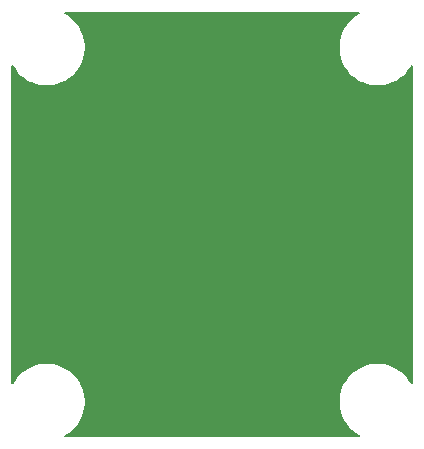
<source format=gbl>
%TF.GenerationSoftware,KiCad,Pcbnew,8.0.4*%
%TF.CreationDate,2024-08-07T00:27:04-04:00*%
%TF.ProjectId,esp32c3-wled,65737033-3263-4332-9d77-6c65642e6b69,rev?*%
%TF.SameCoordinates,Original*%
%TF.FileFunction,Copper,L2,Bot*%
%TF.FilePolarity,Positive*%
%FSLAX46Y46*%
G04 Gerber Fmt 4.6, Leading zero omitted, Abs format (unit mm)*
G04 Created by KiCad (PCBNEW 8.0.4) date 2024-08-07 00:27:04*
%MOMM*%
%LPD*%
G01*
G04 APERTURE LIST*
%TA.AperFunction,ViaPad*%
%ADD10C,0.600000*%
%TD*%
%TA.AperFunction,Conductor*%
%ADD11C,0.200000*%
%TD*%
G04 APERTURE END LIST*
D10*
%TO.N,GND*%
X181250000Y-103500000D03*
X185500000Y-104500000D03*
X186750000Y-93750000D03*
X185500000Y-103500000D03*
X170000000Y-116750000D03*
X162500000Y-96000000D03*
X185750000Y-93750000D03*
X181250000Y-104500000D03*
X161500000Y-96000000D03*
%TD*%
D11*
%TO.N,GND*%
X181250000Y-104500000D02*
X181250000Y-103500000D01*
X161500000Y-96000000D02*
X162500000Y-96000000D01*
%TD*%
%TA.AperFunction,Conductor*%
%TO.N,GND*%
G36*
X186470499Y-82019713D02*
G01*
X186507044Y-82070013D01*
X186507044Y-82132187D01*
X186470499Y-82182487D01*
X186455017Y-82191737D01*
X186449425Y-82194429D01*
X186449407Y-82194439D01*
X186145057Y-82385675D01*
X186145040Y-82385687D01*
X185864001Y-82609808D01*
X185863993Y-82609815D01*
X185609815Y-82863993D01*
X185609808Y-82864001D01*
X185385687Y-83145040D01*
X185385675Y-83145057D01*
X185194439Y-83449407D01*
X185194429Y-83449425D01*
X185038471Y-83773276D01*
X185038465Y-83773289D01*
X184919737Y-84112592D01*
X184839749Y-84463046D01*
X184839747Y-84463058D01*
X184799500Y-84820264D01*
X184799500Y-85179735D01*
X184839747Y-85536941D01*
X184839749Y-85536953D01*
X184919737Y-85887407D01*
X185038465Y-86226710D01*
X185038471Y-86226723D01*
X185194429Y-86550574D01*
X185194439Y-86550592D01*
X185385675Y-86854942D01*
X185385685Y-86854956D01*
X185609812Y-87136003D01*
X185863997Y-87390188D01*
X185864001Y-87390191D01*
X186145040Y-87614312D01*
X186145057Y-87614324D01*
X186449407Y-87805560D01*
X186449425Y-87805570D01*
X186669930Y-87911759D01*
X186773292Y-87961536D01*
X187112592Y-88080262D01*
X187463052Y-88160252D01*
X187820264Y-88200500D01*
X188179736Y-88200500D01*
X188536948Y-88160252D01*
X188887408Y-88080262D01*
X189226708Y-87961536D01*
X189550582Y-87805566D01*
X189854956Y-87614315D01*
X190136003Y-87390188D01*
X190390188Y-87136003D01*
X190614315Y-86854956D01*
X190805566Y-86550582D01*
X190808261Y-86544986D01*
X190851225Y-86500045D01*
X190912399Y-86488941D01*
X190968418Y-86515915D01*
X190997882Y-86570664D01*
X190999500Y-86588631D01*
X190999500Y-113411368D01*
X190980287Y-113470499D01*
X190929987Y-113507044D01*
X190867813Y-113507044D01*
X190817513Y-113470499D01*
X190808263Y-113455017D01*
X190805570Y-113449425D01*
X190805560Y-113449407D01*
X190614324Y-113145057D01*
X190614312Y-113145040D01*
X190390191Y-112864001D01*
X190390188Y-112863997D01*
X190136003Y-112609812D01*
X189854956Y-112385685D01*
X189854957Y-112385685D01*
X189854942Y-112385675D01*
X189550592Y-112194439D01*
X189550574Y-112194429D01*
X189226723Y-112038471D01*
X189226710Y-112038465D01*
X189226708Y-112038464D01*
X189119529Y-112000960D01*
X188887407Y-111919737D01*
X188536953Y-111839749D01*
X188536950Y-111839748D01*
X188536948Y-111839748D01*
X188536944Y-111839747D01*
X188536941Y-111839747D01*
X188179736Y-111799500D01*
X187820264Y-111799500D01*
X187463058Y-111839747D01*
X187463046Y-111839749D01*
X187112592Y-111919737D01*
X186773289Y-112038465D01*
X186773276Y-112038471D01*
X186449425Y-112194429D01*
X186449407Y-112194439D01*
X186145057Y-112385675D01*
X186145040Y-112385687D01*
X185864001Y-112609808D01*
X185863993Y-112609815D01*
X185609815Y-112863993D01*
X185609808Y-112864001D01*
X185385687Y-113145040D01*
X185385675Y-113145057D01*
X185194439Y-113449407D01*
X185194429Y-113449425D01*
X185038471Y-113773276D01*
X185038465Y-113773289D01*
X184919737Y-114112592D01*
X184839749Y-114463046D01*
X184839747Y-114463058D01*
X184799500Y-114820264D01*
X184799500Y-115179735D01*
X184839747Y-115536941D01*
X184839749Y-115536953D01*
X184919737Y-115887407D01*
X185038465Y-116226710D01*
X185038471Y-116226723D01*
X185194429Y-116550574D01*
X185194439Y-116550592D01*
X185385675Y-116854942D01*
X185385685Y-116854956D01*
X185609812Y-117136003D01*
X185863997Y-117390188D01*
X185864001Y-117390191D01*
X186145040Y-117614312D01*
X186145057Y-117614324D01*
X186449407Y-117805560D01*
X186449425Y-117805570D01*
X186455017Y-117808263D01*
X186499956Y-117851229D01*
X186511058Y-117912404D01*
X186484081Y-117968421D01*
X186429331Y-117997883D01*
X186411368Y-117999500D01*
X161588632Y-117999500D01*
X161529501Y-117980287D01*
X161492956Y-117929987D01*
X161492956Y-117867813D01*
X161529501Y-117817513D01*
X161544983Y-117808263D01*
X161550574Y-117805570D01*
X161550575Y-117805568D01*
X161550582Y-117805566D01*
X161854956Y-117614315D01*
X162136003Y-117390188D01*
X162390188Y-117136003D01*
X162614315Y-116854956D01*
X162805566Y-116550582D01*
X162961536Y-116226708D01*
X163080262Y-115887408D01*
X163160252Y-115536948D01*
X163200500Y-115179736D01*
X163200500Y-114820264D01*
X163160252Y-114463052D01*
X163080262Y-114112592D01*
X162961536Y-113773292D01*
X162911759Y-113669930D01*
X162805570Y-113449425D01*
X162805560Y-113449407D01*
X162614324Y-113145057D01*
X162614312Y-113145040D01*
X162390191Y-112864001D01*
X162390188Y-112863997D01*
X162136003Y-112609812D01*
X161854956Y-112385685D01*
X161854957Y-112385685D01*
X161854942Y-112385675D01*
X161550592Y-112194439D01*
X161550574Y-112194429D01*
X161226723Y-112038471D01*
X161226710Y-112038465D01*
X161226708Y-112038464D01*
X161119529Y-112000960D01*
X160887407Y-111919737D01*
X160536953Y-111839749D01*
X160536950Y-111839748D01*
X160536948Y-111839748D01*
X160536944Y-111839747D01*
X160536941Y-111839747D01*
X160179736Y-111799500D01*
X159820264Y-111799500D01*
X159463058Y-111839747D01*
X159463046Y-111839749D01*
X159112592Y-111919737D01*
X158773289Y-112038465D01*
X158773276Y-112038471D01*
X158449425Y-112194429D01*
X158449407Y-112194439D01*
X158145057Y-112385675D01*
X158145040Y-112385687D01*
X157864001Y-112609808D01*
X157863993Y-112609815D01*
X157609815Y-112863993D01*
X157609808Y-112864001D01*
X157385687Y-113145040D01*
X157385675Y-113145057D01*
X157194439Y-113449407D01*
X157194429Y-113449425D01*
X157191737Y-113455017D01*
X157148771Y-113499956D01*
X157087596Y-113511058D01*
X157031579Y-113484081D01*
X157002117Y-113429331D01*
X157000500Y-113411368D01*
X157000500Y-86588631D01*
X157019713Y-86529500D01*
X157070013Y-86492955D01*
X157132187Y-86492955D01*
X157182487Y-86529500D01*
X157191739Y-86544986D01*
X157194431Y-86550577D01*
X157194439Y-86550592D01*
X157385675Y-86854942D01*
X157385685Y-86854956D01*
X157609812Y-87136003D01*
X157863997Y-87390188D01*
X157864001Y-87390191D01*
X158145040Y-87614312D01*
X158145057Y-87614324D01*
X158449407Y-87805560D01*
X158449425Y-87805570D01*
X158669930Y-87911759D01*
X158773292Y-87961536D01*
X159112592Y-88080262D01*
X159463052Y-88160252D01*
X159820264Y-88200500D01*
X160179736Y-88200500D01*
X160536948Y-88160252D01*
X160887408Y-88080262D01*
X161226708Y-87961536D01*
X161550582Y-87805566D01*
X161854956Y-87614315D01*
X162136003Y-87390188D01*
X162390188Y-87136003D01*
X162614315Y-86854956D01*
X162805566Y-86550582D01*
X162961536Y-86226708D01*
X163080262Y-85887408D01*
X163160252Y-85536948D01*
X163200500Y-85179736D01*
X163200500Y-84820264D01*
X163160252Y-84463052D01*
X163080262Y-84112592D01*
X162961536Y-83773292D01*
X162911759Y-83669930D01*
X162805570Y-83449425D01*
X162805560Y-83449407D01*
X162614324Y-83145057D01*
X162614312Y-83145040D01*
X162390191Y-82864001D01*
X162390188Y-82863997D01*
X162136003Y-82609812D01*
X162135998Y-82609808D01*
X161854959Y-82385687D01*
X161854942Y-82385675D01*
X161550592Y-82194439D01*
X161550574Y-82194429D01*
X161544983Y-82191737D01*
X161500044Y-82148771D01*
X161488942Y-82087596D01*
X161515919Y-82031579D01*
X161570669Y-82002117D01*
X161588632Y-82000500D01*
X186411368Y-82000500D01*
X186470499Y-82019713D01*
G37*
%TD.AperFunction*%
%TD*%
M02*

</source>
